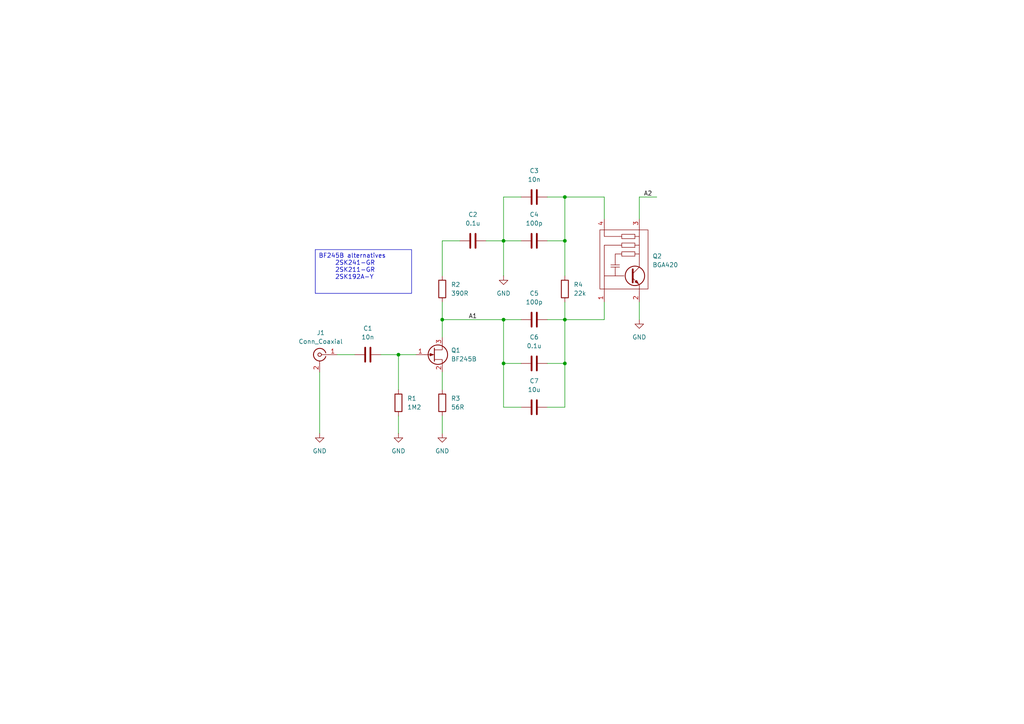
<source format=kicad_sch>
(kicad_sch (version 20231120) (generator "eeschema") (generator_version "8.0")
  (paper "A4")
  (lib_symbols
    (symbol "Connector:Conn_Coaxial" (pin_names (offset 1.016) hide)
      (property "Reference" "J" (at 0.254 3.048 0))
      (property "Value" "Conn_Coaxial" (at 2.921 0 90))
      (symbol "Conn_Coaxial_0_1"
        (arc (start -1.778 -0.508) (mid 0.2311 -1.8066) (end 1.778 0) (stroke (width 0.254)))
        (polyline (pts (xy -2.54 0) (xy -0.508 0)))
        (polyline (pts (xy 0 -2.54) (xy 0 -1.778)))
        (circle (center 0 0) (radius 0.508) (stroke (width 0.2032)))
        (arc (start 1.778 0) (mid 0.2099 1.8101) (end -1.778 0.508) (stroke (width 0.254)))
      )
      (symbol "Conn_Coaxial_1_1"
        (pin passive line (at -5.08 0 0) (length 2.54) (name "In") (number "1"))
        (pin passive line (at 0 -5.08 90) (length 2.54) (name "Ext") (number "2"))
      )
    )
    (symbol "Device:C" (pin_numbers hide) (pin_names (offset 0.254))
      (property "Reference" "C" (at 0.635 2.54 0))
      (property "Value" "C" (at 0.635 -2.54 0))
      (symbol "C_0_1"
        (polyline (pts (xy -2.032 -0.762) (xy 2.032 -0.762)) (stroke (width 0.508)))
        (polyline (pts (xy -2.032 0.762) (xy 2.032 0.762)) (stroke (width 0.508)))
      )
      (symbol "C_1_1"
        (pin passive line (at 0 3.81 270) (length 2.794) (name "~") (number "1"))
        (pin passive line (at 0 -3.81 90) (length 2.794) (name "~") (number "2"))
      )
    )
    (symbol "Device:R" (pin_numbers hide) (pin_names (offset 0))
      (property "Reference" "R" (at 2.032 0 90))
      (property "Value" "R" (at 0 0 90))
      (symbol "R_0_1"
        (rectangle (start -1.016 -2.54) (end 1.016 2.54) (stroke (width 0.254)))
      )
      (symbol "R_1_1"
        (pin passive line (at 0 3.81 270) (length 1.27) (name "~") (number "1"))
        (pin passive line (at 0 -3.81 90) (length 1.27) (name "~") (number "2"))
      )
    )
    (symbol "My_Parts:BGA420_RF_Amplifier,_Si-MMIC-Amplifier" (pin_names (offset 0) hide)
      (property "Reference" "Q" (at 5.842 1.27 0))
      (property "Value" "BGA420" (at 5.842 -1.27 0))
      (symbol "BGA420_RF_Amplifier,_Si-MMIC-Amplifier_0_1"
        (polyline (pts (xy -7.62 -5.08) (xy -7.62 0)))
        (polyline (pts (xy -7.62 0) (xy -4.445 0)))
        (polyline (pts (xy -5.715 2.54) (xy -5.715 2.54)))
        (polyline (pts (xy -5.715 3.175) (xy -3.175 3.175)))
        (polyline (pts (xy -3.175 2.54) (xy -5.715 2.54)))
        (polyline (pts (xy 0.635 0.635) (xy 2.54 2.54)))
        (polyline (pts (xy 1.27 6.35) (xy 2.54 6.35)))
        (polyline (pts (xy 1.27 8.89) (xy 2.54 8.89)))
        (polyline (pts (xy 1.27 11.43) (xy 2.54 11.43)))
        (polyline (pts (xy 2.54 -5.08) (xy 2.54 -2.54)))
        (polyline (pts (xy 2.54 2.54) (xy 2.54 13.97)))
        (polyline (pts (xy -2.54 6.35) (xy -4.445 6.35) (xy -4.445 3.175)))
        (polyline (pts (xy -2.54 8.89) (xy -7.62 8.89) (xy -7.62 0)))
        (polyline (pts (xy -2.54 11.43) (xy -7.62 11.43) (xy -7.62 13.97)))
        (polyline (pts (xy -1.905 0) (xy -4.445 0) (xy -4.445 2.54)))
        (polyline (pts (xy 0.635 -0.635) (xy 2.54 -2.54) (xy 2.54 -2.54)))
        (polyline (pts (xy 0.635 1.905) (xy 0.635 -1.905) (xy 0.635 -1.905)) (stroke (width 0.508)))
        (polyline (pts (xy 1.27 -1.778) (xy 1.778 -1.27) (xy 2.286 -2.286) (xy 1.27 -1.778) (xy 1.27 -1.778)) (fill (type outline)))
        (polyline (pts (xy 1.27 5.715) (xy 1.27 6.985) (xy -2.54 6.985) (xy -2.54 5.715) (xy 1.27 5.715)))
        (polyline (pts (xy 1.27 8.255) (xy 1.27 9.525) (xy -2.54 9.525) (xy -2.54 8.255) (xy 1.27 8.255)))
        (polyline (pts (xy 1.27 10.795) (xy 1.27 12.065) (xy -2.54 12.065) (xy -2.54 10.795) (xy 1.27 10.795)))
        (circle (center 1.27 0) (radius 2.8194) (stroke (width 0.254)))
        (rectangle (start 5.08 -3.81) (end -8.89 13.335))
      )
      (symbol "BGA420_RF_Amplifier,_Si-MMIC-Amplifier_1_1"
        (pin input line (at -7.62 -7.62 90) (length 2.54) (name "B") (number "1"))
        (pin passive line (at 2.54 -7.62 90) (length 2.54) (name "E") (number "2"))
        (pin passive line (at 2.54 16.51 270) (length 2.54) (name "C") (number "3"))
        (pin passive line (at -7.62 16.51 270) (length 2.54) (name "") (number "4"))
      )
    )
    (symbol "Transistor_FET:BF245B" (pin_names hide)
      (property "Reference" "Q" (at 5.08 1.905 0))
      (property "Value" "BF245B" (at 5.08 0 0))
      (symbol "BF245B_0_1"
        (polyline (pts (xy 0.254 0) (xy -2.54 0)))
        (polyline (pts (xy 0.254 1.905) (xy 0.254 -1.905)) (stroke (width 0.254)))
        (polyline (pts (xy 2.54 -2.54) (xy 2.54 -1.397) (xy 0.254 -1.397)))
        (polyline (pts (xy 2.54 2.54) (xy 2.54 1.397) (xy 0.254 1.397)))
        (polyline (pts (xy 0 0) (xy -1.016 0.381) (xy -1.016 -0.381) (xy 0 0)) (fill (type outline)))
        (circle (center 1.27 0) (radius 2.8194) (stroke (width 0.254)))
      )
      (symbol "BF245B_1_1"
        (pin input line (at -5.08 0 0) (length 2.54) (name "G") (number "1"))
        (pin passive line (at 2.54 -5.08 90) (length 2.54) (name "S") (number "2"))
        (pin passive line (at 2.54 5.08 270) (length 2.54) (name "D") (number "3"))
      )
    )
    (symbol "power:GND" (power) (pin_numbers hide) (pin_names (offset 0) hide)
      (property "Value" "GND" (at 0 -3.81 0))
      (symbol "GND_0_1"
        (polyline (pts (xy 0 0) (xy 0 -1.27) (xy 1.27 -1.27) (xy 0 -2.54) (xy -1.27 -1.27) (xy 0 -1.27)))
      )
      (symbol "GND_1_1"
        (pin power_in line (at 0 0 270) (length 0) (name "~") (number "1"))
      )
    )
  )
  (junction (at 146.05 92.71))
  (junction (at 163.83 105.41))
  (junction (at 146.05 69.85))
  (junction (at 163.83 57.15))
  (junction (at 115.57 102.87))
  (junction (at 163.83 69.85))
  (junction (at 163.83 92.71))
  (junction (at 146.05 105.41))
  (junction (at 128.27 92.71))
  (wire (pts (xy 128.27 80.01) (xy 128.27 69.85)))
  (wire (pts (xy 146.05 57.15) (xy 151.13 57.15)))
  (wire (pts (xy 175.26 92.71) (xy 163.83 92.71)))
  (wire (pts (xy 146.05 69.85) (xy 146.05 80.01)))
  (wire (pts (xy 110.49 102.87) (xy 115.57 102.87)))
  (wire (pts (xy 158.75 118.11) (xy 163.83 118.11)))
  (wire (pts (xy 163.83 57.15) (xy 163.83 69.85)))
  (wire (pts (xy 185.42 63.5) (xy 185.42 57.15)))
  (wire (pts (xy 128.27 120.65) (xy 128.27 125.73)))
  (wire (pts (xy 128.27 69.85) (xy 133.35 69.85)))
  (wire (pts (xy 175.26 63.5) (xy 175.26 57.15)))
  (wire (pts (xy 158.75 57.15) (xy 163.83 57.15)))
  (wire (pts (xy 151.13 118.11) (xy 146.05 118.11)))
  (wire (pts (xy 128.27 92.71) (xy 146.05 92.71)))
  (wire (pts (xy 128.27 87.63) (xy 128.27 92.71)))
  (wire (pts (xy 163.83 87.63) (xy 163.83 92.71)))
  (wire (pts (xy 151.13 92.71) (xy 146.05 92.71)))
  (wire (pts (xy 146.05 118.11) (xy 146.05 105.41)))
  (wire (pts (xy 146.05 69.85) (xy 146.05 57.15)))
  (wire (pts (xy 175.26 57.15) (xy 163.83 57.15)))
  (wire (pts (xy 163.83 118.11) (xy 163.83 105.41)))
  (wire (pts (xy 175.26 87.63) (xy 175.26 92.71)))
  (wire (pts (xy 151.13 69.85) (xy 146.05 69.85)))
  (wire (pts (xy 92.71 107.95) (xy 92.71 125.73)))
  (wire (pts (xy 115.57 102.87) (xy 115.57 113.03)))
  (wire (pts (xy 158.75 69.85) (xy 163.83 69.85)))
  (wire (pts (xy 140.97 69.85) (xy 146.05 69.85)))
  (wire (pts (xy 146.05 105.41) (xy 151.13 105.41)))
  (wire (pts (xy 146.05 92.71) (xy 146.05 105.41)))
  (wire (pts (xy 163.83 92.71) (xy 163.83 105.41)))
  (wire (pts (xy 128.27 107.95) (xy 128.27 113.03)))
  (wire (pts (xy 163.83 105.41) (xy 158.75 105.41)))
  (wire (pts (xy 185.42 57.15) (xy 190.5 57.15)))
  (wire (pts (xy 115.57 102.87) (xy 120.65 102.87)))
  (wire (pts (xy 128.27 92.71) (xy 128.27 97.79)))
  (wire (pts (xy 158.75 92.71) (xy 163.83 92.71)))
  (wire (pts (xy 163.83 69.85) (xy 163.83 80.01)))
  (wire (pts (xy 115.57 120.65) (xy 115.57 125.73)))
  (wire (pts (xy 97.79 102.87) (xy 102.87 102.87)))
  (wire (pts (xy 185.42 87.63) (xy 185.42 92.71)))
  (text_box "BF245B alternatives\n	2SK241-GR\n	2SK211-GR\n	2SK192A-Y\n	" (at 91.44 72.39 0) (size 27.94 12.7) (effects (font (size 1.27 1.27)) (justify left top)))
  (label "A2" (at 186.69 57.15 0))
  (label "A1" (at 135.89 92.71 0))
  (symbol (lib_id "power:GND") (at 92.71 125.73 0) (unit 1)
    (property "Reference" "#PWR01" (effects (hide yes)))
    (property "Value" "GND" (at 92.71 130.81 0))
    (property "Description" "Power symbol creates a global label with name \"GND\" , ground" (effects (hide yes)))
  )
  (symbol (lib_id "power:GND") (at 185.42 92.71 0) (unit 1)
    (property "Reference" "#PWR05" (effects (hide yes)))
    (property "Value" "GND" (at 185.42 97.79 0))
    (property "Description" "Power symbol creates a global label with name \"GND\" , ground" (effects (hide yes)))
  )
  (symbol (lib_id "power:GND") (at 146.05 80.01 0) (unit 1)
    (property "Reference" "#PWR04" (effects (hide yes)))
    (property "Value" "GND" (at 146.05 85.09 0))
    (property "Description" "Power symbol creates a global label with name \"GND\" , ground" (effects (hide yes)))
  )
  (symbol (lib_id "Device:C") (at 137.16 69.85 90) (unit 1)
    (property "Reference" "C2" (at 137.16 62.23 90))
    (property "Value" "0.1u" (at 137.16 64.77 90))
    (property "Footprint" "Capacitor_THT:C_Disc_D5.0mm_W2.5mm_P2.50mm" (effects (hide yes)))
    (property "Description" "Unpolarized capacitor" (effects (hide yes)))
  )
  (symbol (lib_id "Device:R") (at 128.27 116.84 0) (unit 1)
    (property "Reference" "R3" (at 130.81 115.5699 0) (effects (justify left)))
    (property "Value" "56R" (at 130.81 118.1099 0) (effects (justify left)))
    (property "Footprint" "Resistor_THT:R_Axial_DIN0207_L6.3mm_D2.5mm_P10.16mm_Horizontal" (effects (hide yes)))
    (property "Description" "Resistor" (effects (hide yes)))
  )
  (symbol (lib_id "Device:C") (at 106.68 102.87 90) (unit 1)
    (property "Reference" "C1" (at 106.68 95.25 90))
    (property "Value" "10n" (at 106.68 97.79 90))
    (property "Footprint" "Capacitor_THT:C_Disc_D5.0mm_W2.5mm_P2.50mm" (effects (hide yes)))
    (property "Description" "Unpolarized capacitor" (effects (hide yes)))
  )
  (symbol (lib_id "Transistor_FET:BF245B") (at 125.73 102.87 0) (unit 1)
    (property "Reference" "Q1" (at 130.81 101.5999 0) (effects (justify left)))
    (property "Value" "BF245B" (at 130.81 104.1399 0) (effects (justify left)))
    (property "Footprint" "Package_TO_SOT_THT:TO-92L_Inline_Wide" (effects (hide yes)))
    (property "Datasheet" "https://www.onsemi.com/pub/Collateral/BF245A-D.PDF" (effects (hide yes)))
    (property "Description" "10mA Id, 30V Vgs, N-Channel FET Transistor, TO-92" (effects (hide yes)))
  )
  (symbol (lib_id "Device:C") (at 154.94 57.15 90) (unit 1)
    (property "Reference" "C3" (at 154.94 49.53 90))
    (property "Value" "10n" (at 154.94 52.07 90))
    (property "Footprint" "Capacitor_THT:C_Disc_D5.0mm_W2.5mm_P2.50mm" (effects (hide yes)))
    (property "Description" "Unpolarized capacitor" (effects (hide yes)))
  )
  (symbol (lib_id "Device:C") (at 154.94 92.71 90) (unit 1)
    (property "Reference" "C5" (at 154.94 85.09 90))
    (property "Value" "100p" (at 154.94 87.63 90))
    (property "Footprint" "Capacitor_THT:C_Disc_D5.0mm_W2.5mm_P2.50mm" (effects (hide yes)))
    (property "Description" "Unpolarized capacitor" (effects (hide yes)))
  )
  (symbol (lib_id "Device:C") (at 154.94 69.85 90) (unit 1)
    (property "Reference" "C4" (at 154.94 62.23 90))
    (property "Value" "100p" (at 154.94 64.77 90))
    (property "Footprint" "Capacitor_THT:C_Disc_D5.0mm_W2.5mm_P2.50mm" (effects (hide yes)))
    (property "Description" "Unpolarized capacitor" (effects (hide yes)))
  )
  (symbol (lib_id "Device:R") (at 115.57 116.84 0) (unit 1)
    (property "Reference" "R1" (at 118.11 115.5699 0) (effects (justify left)))
    (property "Value" "1M2" (at 118.11 118.1099 0) (effects (justify left)))
    (property "Footprint" "Resistor_THT:R_Axial_DIN0207_L6.3mm_D2.5mm_P10.16mm_Horizontal" (effects (hide yes)))
    (property "Description" "Resistor" (effects (hide yes)))
  )
  (symbol (lib_id "Device:R") (at 163.83 83.82 0) (unit 1)
    (property "Reference" "R4" (at 166.37 82.5499 0) (effects (justify left)))
    (property "Value" "22k" (at 166.37 85.0899 0) (effects (justify left)))
    (property "Footprint" "Resistor_THT:R_Axial_DIN0207_L6.3mm_D2.5mm_P10.16mm_Horizontal" (effects (hide yes)))
    (property "Description" "Resistor" (effects (hide yes)))
  )
  (symbol (lib_id "power:GND") (at 115.57 125.73 0) (unit 1)
    (property "Reference" "#PWR02" (effects (hide yes)))
    (property "Value" "GND" (at 115.57 130.81 0))
    (property "Description" "Power symbol creates a global label with name \"GND\" , ground" (effects (hide yes)))
  )
  (symbol (lib_id "Device:C") (at 154.94 105.41 90) (unit 1)
    (property "Reference" "C6" (at 154.94 97.79 90))
    (property "Value" "0.1u" (at 154.94 100.33 90))
    (property "Footprint" "Capacitor_THT:C_Disc_D5.0mm_W2.5mm_P2.50mm" (effects (hide yes)))
    (property "Description" "Unpolarized capacitor" (effects (hide yes)))
  )
  (symbol (lib_id "power:GND") (at 128.27 125.73 0) (unit 1)
    (property "Reference" "#PWR03" (effects (hide yes)))
    (property "Value" "GND" (at 128.27 130.81 0))
    (property "Description" "Power symbol creates a global label with name \"GND\" , ground" (effects (hide yes)))
  )
  (symbol (lib_id "Device:R") (at 128.27 83.82 0) (unit 1)
    (property "Reference" "R2" (at 130.81 82.5499 0) (effects (justify left)))
    (property "Value" "390R" (at 130.81 85.0899 0) (effects (justify left)))
    (property "Footprint" "Resistor_THT:R_Axial_DIN0207_L6.3mm_D2.5mm_P10.16mm_Horizontal" (effects (hide yes)))
    (property "Description" "Resistor" (effects (hide yes)))
  )
  (symbol (lib_id "My_Parts:BGA420_RF_Amplifier,_Si-MMIC-Amplifier") (at 182.88 80.01 0) (unit 1)
    (property "Reference" "Q2" (at 189.23 74.2949 0) (effects (justify left)))
    (property "Value" "BGA420" (at 189.23 76.8349 0) (effects (justify left)))
    (property "Footprint" "My_Parts:INFINEON_BFP540" (effects (hide yes)))
    (property "Datasheet" "https://www.infineon.com/dgdl/Infineon-BGA420-DS-v01_01-en.pdf?fileId=db3a304314dca3890115418cec781637" (effects (hide yes)))
    (property "Description" "NPN transistor, base/collector/emitter" (effects (hide yes)))
  )
  (symbol (lib_id "Device:C") (at 154.94 118.11 90) (unit 1)
    (property "Reference" "C7" (at 154.94 110.49 90))
    (property "Value" "10u" (at 154.94 113.03 90))
    (property "Footprint" "Capacitor_THT:C_Disc_D5.0mm_W2.5mm_P2.50mm" (effects (hide yes)))
    (property "Description" "Unpolarized capacitor" (effects (hide yes)))
  )
  (symbol (lib_id "Connector:Conn_Coaxial") (at 92.71 102.87 0) (mirror y) (unit 1)
    (property "Reference" "J1" (at 93.0274 96.52 0))
    (property "Value" "Conn_Coaxial" (at 93.0274 99.06 0))
    (property "Footprint" "Connector_Coaxial:U.FL_Hirose_U.FL-R-SMT-1_Vertical" (effects (hide yes)))
    (property "Description" "coaxial connector (BNC, SMA, SMB, SMC, Cinch/RCA, LEMO, ...)" (effects (hide yes)))
  )
)
</source>
